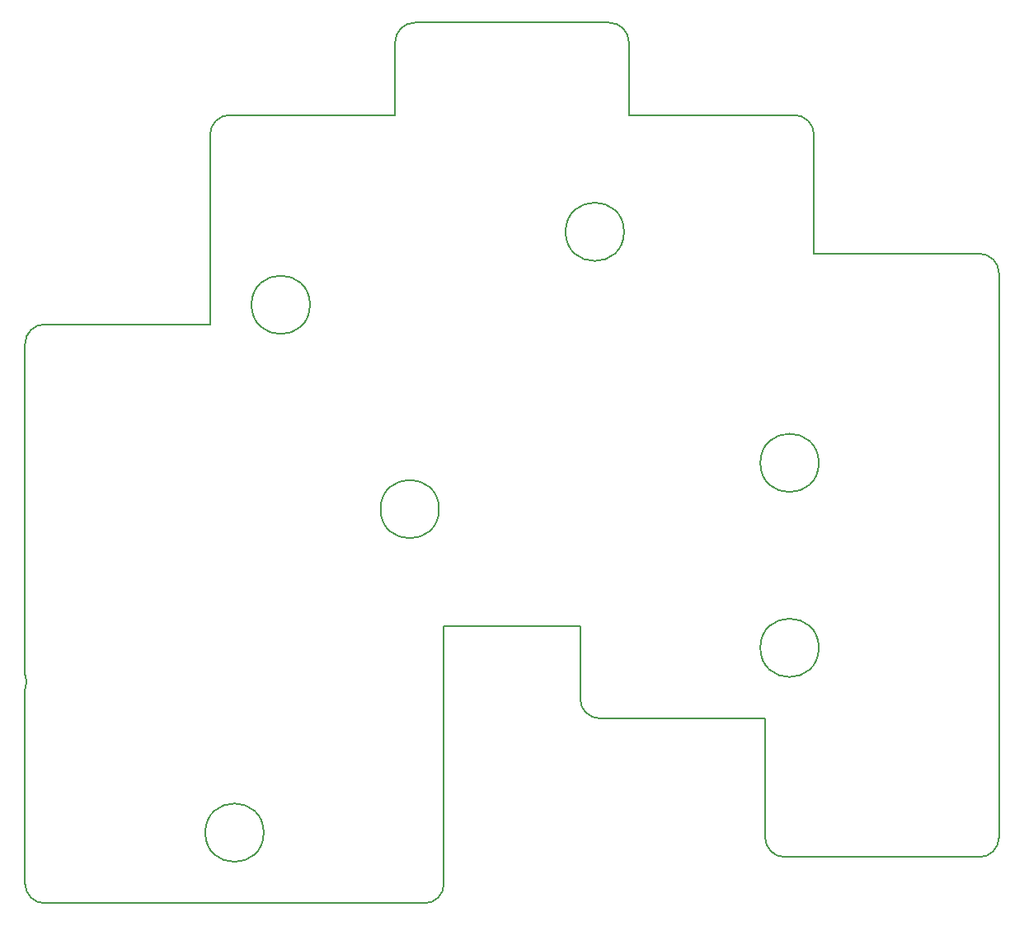
<source format=gbr>
%TF.GenerationSoftware,KiCad,Pcbnew,8.0.1*%
%TF.CreationDate,2024-11-14T23:06:04-08:00*%
%TF.ProjectId,roo_right_autorouted,726f6f5f-7269-4676-9874-5f6175746f72,0.1.0*%
%TF.SameCoordinates,Original*%
%TF.FileFunction,Profile,NP*%
%FSLAX46Y46*%
G04 Gerber Fmt 4.6, Leading zero omitted, Abs format (unit mm)*
G04 Created by KiCad (PCBNEW 8.0.1) date 2024-11-14 23:06:04*
%MOMM*%
%LPD*%
G01*
G04 APERTURE LIST*
%TA.AperFunction,Profile*%
%ADD10C,0.150000*%
%TD*%
G04 APERTURE END LIST*
D10*
X240585786Y-176585786D02*
X260585786Y-176585786D01*
X262585786Y-174585786D02*
G75*
G02*
X260585786Y-176585786I-2000000J0D01*
G01*
X262585786Y-174585786D02*
X262585786Y-116585786D01*
X260585786Y-114585786D02*
G75*
G02*
X262585786Y-116585786I0J-2000000D01*
G01*
X260585786Y-114585786D02*
X243585786Y-114585786D01*
X243585786Y-114585786D02*
X243585786Y-102335786D01*
X241585786Y-100335786D02*
G75*
G02*
X243585786Y-102335786I1J-1999999D01*
G01*
X241585786Y-100335786D02*
X224585786Y-100335786D01*
X224585786Y-100335786D02*
X224585786Y-92835786D01*
X222585786Y-90835786D02*
G75*
G02*
X224585786Y-92835786I1J-1999999D01*
G01*
X222585786Y-90835786D02*
X202585786Y-90835786D01*
X200585786Y-92835786D02*
G75*
G02*
X202585786Y-90835786I1999999J1D01*
G01*
X200585786Y-92835786D02*
X200585786Y-100335786D01*
X200585786Y-100335786D02*
X183585786Y-100335786D01*
X181585786Y-102335786D02*
G75*
G02*
X183585786Y-100335786I1999999J1D01*
G01*
X181585786Y-121835786D02*
X181585786Y-102335786D01*
X162585786Y-159335786D02*
G75*
G02*
X162731736Y-158585786I2000023J-4D01*
G01*
X162585786Y-159335786D02*
X162585786Y-179335786D01*
X164585786Y-181335786D02*
G75*
G02*
X162585786Y-179335786I-1J1999999D01*
G01*
X164585786Y-181335786D02*
X203585786Y-181335786D01*
X205585786Y-179335786D02*
G75*
G02*
X203585786Y-181335786I-1999999J-1D01*
G01*
X205585786Y-179335786D02*
X205585786Y-152835786D01*
X205585786Y-152835786D02*
X219585786Y-152835786D01*
X219585786Y-152835786D02*
X219585786Y-160335786D01*
X221585786Y-162335786D02*
G75*
G02*
X219585786Y-160335786I-1J1999999D01*
G01*
X221585786Y-162335786D02*
X238585786Y-162335786D01*
X238585786Y-162335786D02*
X238585786Y-174585786D01*
X240585786Y-176585786D02*
G75*
G02*
X238585786Y-174585786I-1J1999999D01*
G01*
X181585786Y-121835786D02*
X164585786Y-121835786D01*
X162585786Y-123835786D02*
G75*
G02*
X164585786Y-121835786I1999999J1D01*
G01*
X162585786Y-123835786D02*
X162585786Y-157835786D01*
X162731736Y-158585786D02*
G75*
G02*
X162585786Y-157835786I1854083J750006D01*
G01*
X244085786Y-155085786D02*
G75*
G02*
X238085786Y-155085786I-3000000J0D01*
G01*
X238085786Y-155085786D02*
G75*
G02*
X244085786Y-155085786I3000000J0D01*
G01*
X244085786Y-136085786D02*
G75*
G02*
X238085786Y-136085786I-3000000J0D01*
G01*
X238085786Y-136085786D02*
G75*
G02*
X244085786Y-136085786I3000000J0D01*
G01*
X205085786Y-140835786D02*
G75*
G02*
X199085786Y-140835786I-3000000J0D01*
G01*
X199085786Y-140835786D02*
G75*
G02*
X205085786Y-140835786I3000000J0D01*
G01*
X224085786Y-112335786D02*
G75*
G02*
X218085786Y-112335786I-3000000J0D01*
G01*
X218085786Y-112335786D02*
G75*
G02*
X224085786Y-112335786I3000000J0D01*
G01*
X187085786Y-174085786D02*
G75*
G02*
X181085786Y-174085786I-3000000J0D01*
G01*
X181085786Y-174085786D02*
G75*
G02*
X187085786Y-174085786I3000000J0D01*
G01*
X191835786Y-119835786D02*
G75*
G02*
X185835786Y-119835786I-3000000J0D01*
G01*
X185835786Y-119835786D02*
G75*
G02*
X191835786Y-119835786I3000000J0D01*
G01*
M02*

</source>
